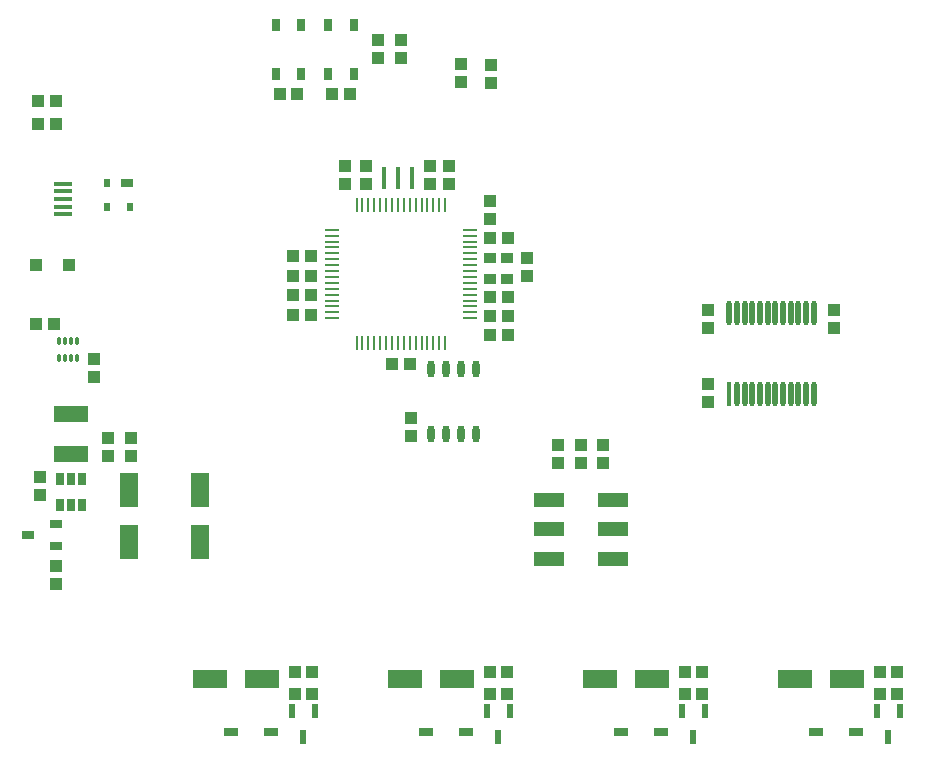
<source format=gbr>
%TF.GenerationSoftware,Altium Limited,Altium Designer,24.2.2 (26)*%
G04 Layer_Color=8421504*
%FSLAX45Y45*%
%MOMM*%
%TF.SameCoordinates,A4C595DC-B1F2-44DB-B2EC-003EFFDD1F8B*%
%TF.FilePolarity,Positive*%
%TF.FileFunction,Paste,Top*%
%TF.Part,Single*%
G01*
G75*
%TA.AperFunction,SMDPad,CuDef*%
%ADD10R,3.00000X1.60000*%
G04:AMPARAMS|DCode=11|XSize=0.25mm|YSize=1.25mm|CornerRadius=0.0625mm|HoleSize=0mm|Usage=FLASHONLY|Rotation=0.000|XOffset=0mm|YOffset=0mm|HoleType=Round|Shape=RoundedRectangle|*
%AMROUNDEDRECTD11*
21,1,0.25000,1.12500,0,0,0.0*
21,1,0.12500,1.25000,0,0,0.0*
1,1,0.12500,0.06250,-0.56250*
1,1,0.12500,-0.06250,-0.56250*
1,1,0.12500,-0.06250,0.56250*
1,1,0.12500,0.06250,0.56250*
%
%ADD11ROUNDEDRECTD11*%
G04:AMPARAMS|DCode=12|XSize=0.25mm|YSize=1.25mm|CornerRadius=0.0625mm|HoleSize=0mm|Usage=FLASHONLY|Rotation=270.000|XOffset=0mm|YOffset=0mm|HoleType=Round|Shape=RoundedRectangle|*
%AMROUNDEDRECTD12*
21,1,0.25000,1.12500,0,0,270.0*
21,1,0.12500,1.25000,0,0,270.0*
1,1,0.12500,-0.56250,-0.06250*
1,1,0.12500,-0.56250,0.06250*
1,1,0.12500,0.56250,0.06250*
1,1,0.12500,0.56250,-0.06250*
%
%ADD12ROUNDEDRECTD12*%
G04:AMPARAMS|DCode=13|XSize=0.66mm|YSize=0.32mm|CornerRadius=0.04mm|HoleSize=0mm|Usage=FLASHONLY|Rotation=90.000|XOffset=0mm|YOffset=0mm|HoleType=Round|Shape=RoundedRectangle|*
%AMROUNDEDRECTD13*
21,1,0.66000,0.24000,0,0,90.0*
21,1,0.58000,0.32000,0,0,90.0*
1,1,0.08000,0.12000,0.29000*
1,1,0.08000,0.12000,-0.29000*
1,1,0.08000,-0.12000,-0.29000*
1,1,0.08000,-0.12000,0.29000*
%
%ADD13ROUNDEDRECTD13*%
%ADD14R,0.45493X2.05283*%
G04:AMPARAMS|DCode=15|XSize=2.05283mm|YSize=0.45493mm|CornerRadius=0.22746mm|HoleSize=0mm|Usage=FLASHONLY|Rotation=90.000|XOffset=0mm|YOffset=0mm|HoleType=Round|Shape=RoundedRectangle|*
%AMROUNDEDRECTD15*
21,1,2.05283,0.00000,0,0,90.0*
21,1,1.59790,0.45493,0,0,90.0*
1,1,0.45493,0.00000,0.79895*
1,1,0.45493,0.00000,-0.79895*
1,1,0.45493,0.00000,-0.79895*
1,1,0.45493,0.00000,0.79895*
%
%ADD15ROUNDEDRECTD15*%
%ADD16R,0.53340X1.16840*%
%ADD17R,1.21920X0.76200*%
%ADD18R,1.00000X1.02000*%
%ADD19R,0.40000X1.90000*%
%ADD20R,1.00000X0.70000*%
%ADD21R,0.60000X0.70000*%
%ADD23R,1.60000X3.00000*%
%ADD24R,0.70000X1.00000*%
%ADD25R,1.50000X0.44800*%
%ADD26R,2.50000X1.20000*%
%ADD27R,0.65000X1.05000*%
%ADD28O,0.60000X1.45000*%
%ADD29R,1.02000X1.00000*%
%ADD30R,1.00000X0.97000*%
%ADD31R,1.00000X0.70000*%
%ADD32R,2.84480X1.39700*%
%TA.AperFunction,NonConductor*%
%ADD83R,1.10000X1.10000*%
G36*
X6949840Y10121943D02*
X6999703D01*
Y10062080D01*
X6949840D01*
Y10121943D01*
D02*
G37*
G36*
X7139840Y10121955D02*
X7190055D01*
Y10062080D01*
X7139840D01*
Y10121955D01*
D02*
G37*
G36*
X6949840Y10322212D02*
X6999769D01*
Y10262080D01*
X6949840D01*
Y10322212D01*
D02*
G37*
G36*
X7099840Y10322301D02*
X7190045D01*
Y10262080D01*
X7099840D01*
Y10322301D01*
D02*
G37*
D10*
X9495500Y6096000D02*
D03*
X9935500D02*
D03*
X13237500D02*
D03*
X12797500D02*
D03*
X7844500D02*
D03*
X8284500D02*
D03*
X11146500D02*
D03*
X11586500D02*
D03*
D11*
X9085480Y10107900D02*
D03*
X9135480D02*
D03*
X9185480D02*
D03*
X9235480D02*
D03*
X9285480D02*
D03*
X9335480D02*
D03*
X9385480D02*
D03*
X9435480D02*
D03*
X9485480D02*
D03*
X9535480D02*
D03*
X9585480D02*
D03*
X9635480D02*
D03*
X9685480D02*
D03*
X9735480D02*
D03*
X9785480D02*
D03*
X9835480D02*
D03*
Y8942900D02*
D03*
X9785480D02*
D03*
X9735480D02*
D03*
X9685480D02*
D03*
X9635480D02*
D03*
X9585480D02*
D03*
X9535480D02*
D03*
X9485480D02*
D03*
X9435480D02*
D03*
X9385480D02*
D03*
X9335480D02*
D03*
X9285480D02*
D03*
X9235480D02*
D03*
X9185480D02*
D03*
X9135480D02*
D03*
X9085480D02*
D03*
D12*
X10042980Y9900400D02*
D03*
Y9850400D02*
D03*
Y9800400D02*
D03*
Y9750400D02*
D03*
Y9700400D02*
D03*
Y9650400D02*
D03*
Y9600400D02*
D03*
Y9550400D02*
D03*
Y9500400D02*
D03*
Y9450400D02*
D03*
Y9400400D02*
D03*
Y9350400D02*
D03*
Y9300400D02*
D03*
Y9250400D02*
D03*
Y9200400D02*
D03*
Y9150400D02*
D03*
X8877980D02*
D03*
Y9200400D02*
D03*
Y9250400D02*
D03*
Y9300400D02*
D03*
Y9350400D02*
D03*
Y9400400D02*
D03*
Y9450400D02*
D03*
Y9500400D02*
D03*
Y9550400D02*
D03*
Y9600400D02*
D03*
Y9650400D02*
D03*
Y9700400D02*
D03*
Y9750400D02*
D03*
Y9800400D02*
D03*
Y9850400D02*
D03*
Y9900400D02*
D03*
D13*
X6564560Y8813960D02*
D03*
X6614560D02*
D03*
X6664560D02*
D03*
X6714560D02*
D03*
Y8960960D02*
D03*
X6664560D02*
D03*
X6614560D02*
D03*
X6564560D02*
D03*
D14*
X12240900Y8509386D02*
D03*
D15*
X12305900D02*
D03*
X12370900D02*
D03*
X12435900D02*
D03*
X12500900D02*
D03*
X12565900D02*
D03*
X12630900D02*
D03*
X12695900D02*
D03*
X12760900D02*
D03*
X12825900D02*
D03*
X12890900D02*
D03*
X12955901D02*
D03*
Y9194414D02*
D03*
X12890900D02*
D03*
X12825900D02*
D03*
X12760900D02*
D03*
X12695900D02*
D03*
X12630900D02*
D03*
X12565900D02*
D03*
X12500900D02*
D03*
X12435900D02*
D03*
X12370900D02*
D03*
X12305900D02*
D03*
X12240900D02*
D03*
D16*
X10380980Y5824220D02*
D03*
X10193020D02*
D03*
X10287000Y5605780D02*
D03*
X13682980Y5824220D02*
D03*
X13495020D02*
D03*
X13589000Y5605780D02*
D03*
X8636000D02*
D03*
X8542020Y5824220D02*
D03*
X8729980D02*
D03*
X11938000Y5605780D02*
D03*
X11844020Y5824220D02*
D03*
X12031980D02*
D03*
D17*
X9674860Y5651500D02*
D03*
X10010140D02*
D03*
X12976860D02*
D03*
X13312140D02*
D03*
X11661140D02*
D03*
X11325860D02*
D03*
X8359140D02*
D03*
X8023860D02*
D03*
D18*
X10362900Y5969000D02*
D03*
X10211100D02*
D03*
X10362900Y6159500D02*
D03*
X10211100D02*
D03*
X13664900Y5969000D02*
D03*
X13513100D02*
D03*
X13664900Y6159500D02*
D03*
X13513100D02*
D03*
X9539940Y8763000D02*
D03*
X9388140D02*
D03*
X8547100Y9677400D02*
D03*
X8698900D02*
D03*
X8547100Y9177020D02*
D03*
X8698900D02*
D03*
X8547400Y9509760D02*
D03*
X8699200D02*
D03*
X8547400Y9344660D02*
D03*
X8699200D02*
D03*
X8560100Y6159500D02*
D03*
X8711900D02*
D03*
X8560100Y5969000D02*
D03*
X8711900D02*
D03*
X11862100Y6159500D02*
D03*
X12013900D02*
D03*
X11862100Y5969000D02*
D03*
X12013900D02*
D03*
X8433100Y11049000D02*
D03*
X8584900D02*
D03*
X10216180Y9329420D02*
D03*
X10367980D02*
D03*
X10216180Y9006840D02*
D03*
X10367980D02*
D03*
X10216180Y9827260D02*
D03*
X10367980D02*
D03*
Y9166860D02*
D03*
X10216180D02*
D03*
X8877600Y11049000D02*
D03*
X9029400D02*
D03*
X6519880Y9103360D02*
D03*
X6368080D02*
D03*
X6385860Y10988040D02*
D03*
X6537660D02*
D03*
X6385860Y10797540D02*
D03*
X6537660D02*
D03*
D19*
X9316100Y10335260D02*
D03*
X9436100D02*
D03*
X9556100D02*
D03*
D20*
X7144840Y10292080D02*
D03*
D21*
X6974840D02*
D03*
Y10092080D02*
D03*
X7164840D02*
D03*
D23*
X7157720Y7692680D02*
D03*
Y7252680D02*
D03*
X7762240D02*
D03*
Y7692680D02*
D03*
D24*
X6572500Y7793450D02*
D03*
X6667500D02*
D03*
X6762500D02*
D03*
Y7573550D02*
D03*
X6667500D02*
D03*
X6572500D02*
D03*
D25*
X6603500Y10160000D02*
D03*
Y10225000D02*
D03*
Y10095000D02*
D03*
Y10290000D02*
D03*
Y10030000D02*
D03*
D26*
X11260500Y7616000D02*
D03*
X10710500D02*
D03*
Y7116000D02*
D03*
X11260500D02*
D03*
Y7366000D02*
D03*
X10710500D02*
D03*
D27*
X9061000Y11637500D02*
D03*
Y11222500D02*
D03*
X8846000Y11637500D02*
D03*
Y11222500D02*
D03*
X8616500Y11637500D02*
D03*
Y11222500D02*
D03*
X8401500Y11637500D02*
D03*
Y11222500D02*
D03*
D28*
X9715500Y8173000D02*
D03*
X9842500D02*
D03*
X9969500D02*
D03*
X10096500D02*
D03*
X9715500Y8718000D02*
D03*
X9842500D02*
D03*
X9969500D02*
D03*
X10096500D02*
D03*
D29*
X11176000Y7925100D02*
D03*
Y8076900D02*
D03*
X10795000Y7925100D02*
D03*
Y8076900D02*
D03*
X9542780Y8150860D02*
D03*
Y8302660D02*
D03*
X10985500Y8076900D02*
D03*
Y7925100D02*
D03*
X13131799Y9070640D02*
D03*
Y9222440D02*
D03*
X12065000Y8445500D02*
D03*
Y8597300D02*
D03*
Y9222440D02*
D03*
Y9070640D02*
D03*
X10215880Y9987580D02*
D03*
Y10139380D02*
D03*
X9865360Y10289840D02*
D03*
Y10441640D02*
D03*
X9166860Y10289540D02*
D03*
Y10441340D02*
D03*
X9705340Y10289840D02*
D03*
Y10441640D02*
D03*
X8983980Y10439100D02*
D03*
Y10287300D02*
D03*
X10528300Y9507520D02*
D03*
Y9659320D02*
D03*
X9969500Y11300460D02*
D03*
Y11148660D02*
D03*
X10223500Y11295080D02*
D03*
Y11143280D02*
D03*
X9461500Y11505900D02*
D03*
Y11354100D02*
D03*
X9271000Y11505900D02*
D03*
Y11354100D02*
D03*
X6403340Y7650780D02*
D03*
Y7802580D02*
D03*
X6543040Y6904020D02*
D03*
Y7055820D02*
D03*
X7175500Y8140400D02*
D03*
Y7988600D02*
D03*
X6985000Y8140400D02*
D03*
Y7988600D02*
D03*
X6860540Y8808420D02*
D03*
Y8656620D02*
D03*
D30*
X10216040Y9664700D02*
D03*
X10363040D02*
D03*
X10216040Y9486900D02*
D03*
X10363040D02*
D03*
D31*
X6543040Y7221220D02*
D03*
Y7411220D02*
D03*
X6303040Y7316220D02*
D03*
D32*
X6667500Y8001000D02*
D03*
Y8341000D02*
D03*
D83*
X6650320Y9601200D02*
D03*
X6370320D02*
D03*
%TF.MD5,0e5eec42ba0c85da979ba828fc6f6d50*%
M02*

</source>
